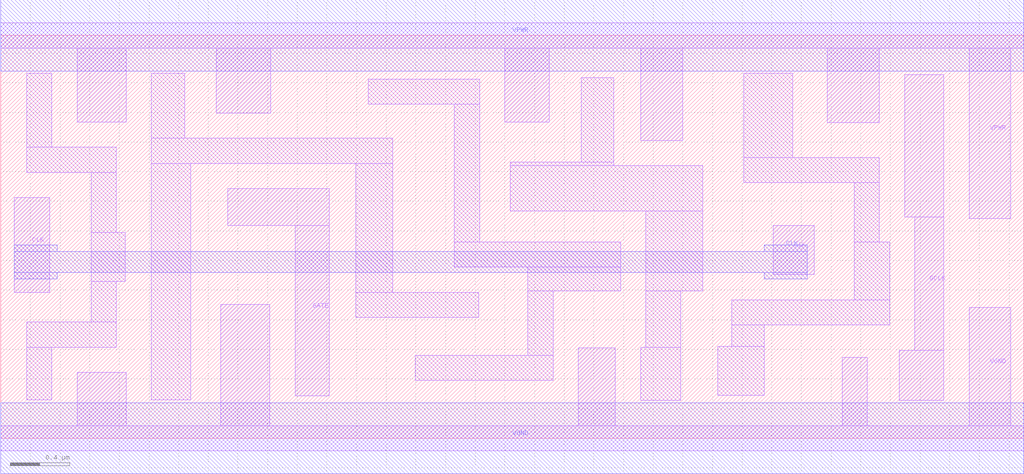
<source format=lef>
# Copyright 2020 The SkyWater PDK Authors
#
# Licensed under the Apache License, Version 2.0 (the "License");
# you may not use this file except in compliance with the License.
# You may obtain a copy of the License at
#
#     https://www.apache.org/licenses/LICENSE-2.0
#
# Unless required by applicable law or agreed to in writing, software
# distributed under the License is distributed on an "AS IS" BASIS,
# WITHOUT WARRANTIES OR CONDITIONS OF ANY KIND, either express or implied.
# See the License for the specific language governing permissions and
# limitations under the License.
#
# SPDX-License-Identifier: Apache-2.0

VERSION 5.5 ;
NAMESCASESENSITIVE ON ;
BUSBITCHARS "[]" ;
DIVIDERCHAR "/" ;
MACRO sky130_fd_sc_hd__dlclkp_2
  CLASS CORE ;
  SOURCE USER ;
  ORIGIN  0.000000  0.000000 ;
  SIZE  6.900000 BY  2.720000 ;
  SYMMETRY X Y R90 ;
  SITE unithd ;
  PIN GATE
    ANTENNAGATEAREA  0.159000 ;
    DIRECTION INPUT ;
    USE SIGNAL ;
    PORT
      LAYER li1 ;
        RECT 1.530000 1.435000 2.215000 1.685000 ;
        RECT 1.985000 0.285000 2.215000 1.435000 ;
    END
  END GATE
  PIN GCLK
    ANTENNADIFFAREA  0.445500 ;
    DIRECTION OUTPUT ;
    USE SIGNAL ;
    PORT
      LAYER li1 ;
        RECT 6.060000 0.255000 6.360000 0.595000 ;
        RECT 6.095000 1.495000 6.360000 2.455000 ;
        RECT 6.165000 0.595000 6.360000 1.495000 ;
    END
  END GCLK
  PIN CLK
    ANTENNAGATEAREA  0.318000 ;
    DIRECTION INPUT ;
    USE CLOCK ;
    PORT
      LAYER li1 ;
        RECT 0.090000 0.985000 0.330000 1.625000 ;
    END
    PORT
      LAYER li1 ;
        RECT 5.210000 1.105000 5.485000 1.435000 ;
    END
    PORT
      LAYER met1 ;
        RECT 0.090000 1.075000 0.380000 1.120000 ;
        RECT 0.090000 1.120000 5.440000 1.260000 ;
        RECT 0.090000 1.260000 0.380000 1.305000 ;
        RECT 5.150000 1.075000 5.440000 1.120000 ;
        RECT 5.150000 1.260000 5.440000 1.305000 ;
    END
  END CLK
  PIN VGND
    DIRECTION INOUT ;
    SHAPE ABUTMENT ;
    USE GROUND ;
    PORT
      LAYER li1 ;
        RECT 0.000000 -0.085000 6.900000 0.085000 ;
        RECT 0.515000  0.085000 0.845000 0.445000 ;
        RECT 1.485000  0.085000 1.815000 0.905000 ;
        RECT 3.895000  0.085000 4.145000 0.610000 ;
        RECT 5.675000  0.085000 5.845000 0.545000 ;
        RECT 6.530000  0.085000 6.810000 0.885000 ;
    END
    PORT
      LAYER met1 ;
        RECT 0.000000 -0.240000 6.900000 0.240000 ;
    END
  END VGND
  PIN VNB
    DIRECTION INOUT ;
    USE GROUND ;
    PORT
    END
  END VNB
  PIN VPB
    DIRECTION INOUT ;
    USE POWER ;
    PORT
    END
  END VPB
  PIN VPWR
    DIRECTION INOUT ;
    SHAPE ABUTMENT ;
    USE POWER ;
    PORT
      LAYER li1 ;
        RECT 0.000000 2.635000 6.900000 2.805000 ;
        RECT 0.515000 2.135000 0.845000 2.635000 ;
        RECT 1.455000 2.195000 1.820000 2.635000 ;
        RECT 3.400000 2.135000 3.700000 2.635000 ;
        RECT 4.315000 2.010000 4.600000 2.635000 ;
        RECT 5.575000 2.130000 5.925000 2.635000 ;
        RECT 6.530000 1.485000 6.810000 2.635000 ;
    END
    PORT
      LAYER met1 ;
        RECT 0.000000 2.480000 6.900000 2.960000 ;
    END
  END VPWR
  OBS
    LAYER li1 ;
      RECT 0.175000 0.260000 0.345000 0.615000 ;
      RECT 0.175000 0.615000 0.780000 0.785000 ;
      RECT 0.175000 1.795000 0.780000 1.965000 ;
      RECT 0.175000 1.965000 0.345000 2.465000 ;
      RECT 0.610000 0.785000 0.780000 1.060000 ;
      RECT 0.610000 1.060000 0.840000 1.390000 ;
      RECT 0.610000 1.390000 0.780000 1.795000 ;
      RECT 1.015000 0.260000 1.280000 1.855000 ;
      RECT 1.015000 1.855000 2.645000 2.025000 ;
      RECT 1.015000 2.025000 1.240000 2.465000 ;
      RECT 2.395000 0.815000 3.225000 0.985000 ;
      RECT 2.395000 0.985000 2.645000 1.855000 ;
      RECT 2.480000 2.255000 3.230000 2.425000 ;
      RECT 2.795000 0.390000 3.725000 0.560000 ;
      RECT 3.060000 1.155000 4.180000 1.325000 ;
      RECT 3.060000 1.325000 3.230000 2.255000 ;
      RECT 3.435000 1.535000 4.735000 1.840000 ;
      RECT 3.435000 1.840000 4.135000 1.865000 ;
      RECT 3.555000 0.560000 3.725000 0.995000 ;
      RECT 3.555000 0.995000 4.180000 1.155000 ;
      RECT 3.915000 1.865000 4.135000 2.435000 ;
      RECT 4.315000 0.255000 4.585000 0.615000 ;
      RECT 4.350000 0.615000 4.585000 0.995000 ;
      RECT 4.350000 0.995000 4.735000 1.535000 ;
      RECT 4.835000 0.290000 5.150000 0.620000 ;
      RECT 4.930000 0.620000 5.150000 0.765000 ;
      RECT 4.930000 0.765000 5.995000 0.935000 ;
      RECT 5.010000 1.725000 5.925000 1.895000 ;
      RECT 5.010000 1.895000 5.340000 2.465000 ;
      RECT 5.755000 0.935000 5.995000 1.325000 ;
      RECT 5.755000 1.325000 5.925000 1.725000 ;
  END
END sky130_fd_sc_hd__dlclkp_2
END LIBRARY

</source>
